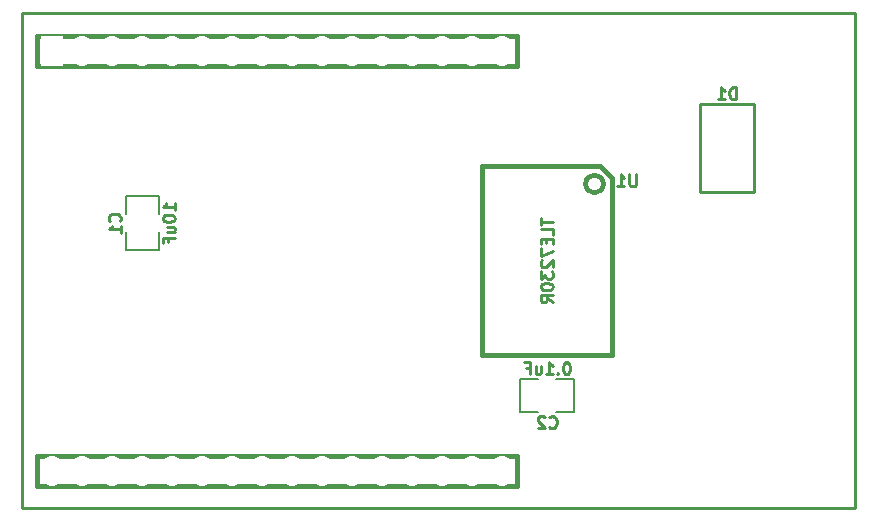
<source format=gbo>
G04 #@! TF.GenerationSoftware,KiCad,Pcbnew,no-vcs-found-0e71686~58~ubuntu16.04.1*
G04 #@! TF.CreationDate,2017-06-07T16:05:21-04:00*
G04 #@! TF.ProjectId,power_switch_controller_3x2,706F7765725F7377697463685F636F6E,1.0*
G04 #@! TF.FileFunction,Legend,Bot*
G04 #@! TF.FilePolarity,Positive*
%FSLAX46Y46*%
G04 Gerber Fmt 4.6, Leading zero omitted, Abs format (unit mm)*
G04 Created by KiCad (PCBNEW no-vcs-found-0e71686~58~ubuntu16.04.1) date Wed Jun  7 16:05:21 2017*
%MOMM*%
%LPD*%
G01*
G04 APERTURE LIST*
%ADD10C,0.100000*%
%ADD11C,0.228600*%
%ADD12C,0.381000*%
%ADD13C,0.127000*%
%ADD14C,0.254000*%
%ADD15C,3.556000*%
%ADD16O,1.854200X2.540000*%
%ADD17R,1.854200X2.540000*%
%ADD18R,2.540000X1.270000*%
%ADD19R,1.270000X2.540000*%
%ADD20R,4.000000X5.160000*%
%ADD21R,1.800000X1.640000*%
%ADD22O,2.032000X1.524000*%
%ADD23O,1.524000X2.032000*%
%ADD24C,1.930400*%
%ADD25O,4.572000X3.556000*%
%ADD26O,4.064000X5.080000*%
%ADD27O,5.080000X3.556000*%
%ADD28O,1.651000X2.159000*%
%ADD29R,1.930000X0.550000*%
G04 APERTURE END LIST*
D10*
D11*
X156210000Y-67945000D02*
X85725000Y-67945000D01*
X156210000Y-109855000D02*
X156210000Y-67945000D01*
X85725000Y-109855000D02*
X156210000Y-109855000D01*
X85725000Y-67945000D02*
X85725000Y-109855000D01*
D12*
X127635000Y-69850000D02*
X86995000Y-69850000D01*
X127635000Y-72390000D02*
X127635000Y-69850000D01*
X86995000Y-72390000D02*
X127635000Y-72390000D01*
X86995000Y-69850000D02*
X86995000Y-72390000D01*
X127635000Y-105410000D02*
X86995000Y-105410000D01*
X127635000Y-107950000D02*
X127635000Y-105410000D01*
X86995000Y-107950000D02*
X127635000Y-107950000D01*
X86995000Y-105410000D02*
X86995000Y-107950000D01*
D13*
X94488000Y-84963000D02*
X94488000Y-83439000D01*
X94488000Y-83439000D02*
X97282000Y-83439000D01*
X97282000Y-83439000D02*
X97282000Y-84963000D01*
X97282000Y-86487000D02*
X97282000Y-88011000D01*
X97282000Y-88011000D02*
X94488000Y-88011000D01*
X94488000Y-88011000D02*
X94488000Y-86487000D01*
X132461000Y-101727000D02*
X130937000Y-101727000D01*
X132461000Y-98933000D02*
X132461000Y-101727000D01*
X130937000Y-98933000D02*
X132461000Y-98933000D01*
X127889000Y-98933000D02*
X129413000Y-98933000D01*
X127889000Y-101727000D02*
X127889000Y-98933000D01*
X129413000Y-101727000D02*
X127889000Y-101727000D01*
D11*
X143115000Y-83125000D02*
X147715000Y-83125000D01*
X147715000Y-83125000D02*
X147715000Y-75625000D01*
X147715000Y-75625000D02*
X143115000Y-75625000D01*
X143115000Y-75625000D02*
X143115000Y-83125000D01*
D12*
X134925000Y-82400000D02*
G75*
G03X134925000Y-82400000I-750000J0D01*
G01*
X135675000Y-81900000D02*
X135675000Y-96900000D01*
X135675000Y-96900000D02*
X124675000Y-96900000D01*
X124675000Y-96900000D02*
X124675000Y-80900000D01*
X124675000Y-80900000D02*
X134675000Y-80900000D01*
X134675000Y-80900000D02*
X135675000Y-81900000D01*
D14*
X93961857Y-85555666D02*
X94010238Y-85507285D01*
X94058619Y-85362142D01*
X94058619Y-85265380D01*
X94010238Y-85120238D01*
X93913476Y-85023476D01*
X93816714Y-84975095D01*
X93623190Y-84926714D01*
X93478047Y-84926714D01*
X93284523Y-84975095D01*
X93187761Y-85023476D01*
X93091000Y-85120238D01*
X93042619Y-85265380D01*
X93042619Y-85362142D01*
X93091000Y-85507285D01*
X93139380Y-85555666D01*
X94058619Y-86523285D02*
X94058619Y-85942714D01*
X94058619Y-86233000D02*
X93042619Y-86233000D01*
X93187761Y-86136238D01*
X93284523Y-86039476D01*
X93332904Y-85942714D01*
X98630619Y-84636428D02*
X98630619Y-84055857D01*
X98630619Y-84346142D02*
X97614619Y-84346142D01*
X97759761Y-84249380D01*
X97856523Y-84152619D01*
X97904904Y-84055857D01*
X97614619Y-85265380D02*
X97614619Y-85362142D01*
X97663000Y-85458904D01*
X97711380Y-85507285D01*
X97808142Y-85555666D01*
X98001666Y-85604047D01*
X98243571Y-85604047D01*
X98437095Y-85555666D01*
X98533857Y-85507285D01*
X98582238Y-85458904D01*
X98630619Y-85362142D01*
X98630619Y-85265380D01*
X98582238Y-85168619D01*
X98533857Y-85120238D01*
X98437095Y-85071857D01*
X98243571Y-85023476D01*
X98001666Y-85023476D01*
X97808142Y-85071857D01*
X97711380Y-85120238D01*
X97663000Y-85168619D01*
X97614619Y-85265380D01*
X97953285Y-86474904D02*
X98630619Y-86474904D01*
X97953285Y-86039476D02*
X98485476Y-86039476D01*
X98582238Y-86087857D01*
X98630619Y-86184619D01*
X98630619Y-86329761D01*
X98582238Y-86426523D01*
X98533857Y-86474904D01*
X98098428Y-87297380D02*
X98098428Y-86958714D01*
X98630619Y-86958714D02*
X97614619Y-86958714D01*
X97614619Y-87442523D01*
X130344333Y-102978857D02*
X130392714Y-103027238D01*
X130537857Y-103075619D01*
X130634619Y-103075619D01*
X130779761Y-103027238D01*
X130876523Y-102930476D01*
X130924904Y-102833714D01*
X130973285Y-102640190D01*
X130973285Y-102495047D01*
X130924904Y-102301523D01*
X130876523Y-102204761D01*
X130779761Y-102108000D01*
X130634619Y-102059619D01*
X130537857Y-102059619D01*
X130392714Y-102108000D01*
X130344333Y-102156380D01*
X129957285Y-102156380D02*
X129908904Y-102108000D01*
X129812142Y-102059619D01*
X129570238Y-102059619D01*
X129473476Y-102108000D01*
X129425095Y-102156380D01*
X129376714Y-102253142D01*
X129376714Y-102349904D01*
X129425095Y-102495047D01*
X130005666Y-103075619D01*
X129376714Y-103075619D01*
X131844142Y-97487619D02*
X131747380Y-97487619D01*
X131650619Y-97536000D01*
X131602238Y-97584380D01*
X131553857Y-97681142D01*
X131505476Y-97874666D01*
X131505476Y-98116571D01*
X131553857Y-98310095D01*
X131602238Y-98406857D01*
X131650619Y-98455238D01*
X131747380Y-98503619D01*
X131844142Y-98503619D01*
X131940904Y-98455238D01*
X131989285Y-98406857D01*
X132037666Y-98310095D01*
X132086047Y-98116571D01*
X132086047Y-97874666D01*
X132037666Y-97681142D01*
X131989285Y-97584380D01*
X131940904Y-97536000D01*
X131844142Y-97487619D01*
X131070047Y-98406857D02*
X131021666Y-98455238D01*
X131070047Y-98503619D01*
X131118428Y-98455238D01*
X131070047Y-98406857D01*
X131070047Y-98503619D01*
X130054047Y-98503619D02*
X130634619Y-98503619D01*
X130344333Y-98503619D02*
X130344333Y-97487619D01*
X130441095Y-97632761D01*
X130537857Y-97729523D01*
X130634619Y-97777904D01*
X129183190Y-97826285D02*
X129183190Y-98503619D01*
X129618619Y-97826285D02*
X129618619Y-98358476D01*
X129570238Y-98455238D01*
X129473476Y-98503619D01*
X129328333Y-98503619D01*
X129231571Y-98455238D01*
X129183190Y-98406857D01*
X128360714Y-97971428D02*
X128699380Y-97971428D01*
X128699380Y-98503619D02*
X128699380Y-97487619D01*
X128215571Y-97487619D01*
X146164904Y-75234619D02*
X146164904Y-74218619D01*
X145923000Y-74218619D01*
X145777857Y-74267000D01*
X145681095Y-74363761D01*
X145632714Y-74460523D01*
X145584333Y-74654047D01*
X145584333Y-74799190D01*
X145632714Y-74992714D01*
X145681095Y-75089476D01*
X145777857Y-75186238D01*
X145923000Y-75234619D01*
X146164904Y-75234619D01*
X144616714Y-75234619D02*
X145197285Y-75234619D01*
X144907000Y-75234619D02*
X144907000Y-74218619D01*
X145003761Y-74363761D01*
X145100523Y-74460523D01*
X145197285Y-74508904D01*
X137699095Y-81593619D02*
X137699095Y-82416095D01*
X137650714Y-82512857D01*
X137602333Y-82561238D01*
X137505571Y-82609619D01*
X137312047Y-82609619D01*
X137215285Y-82561238D01*
X137166904Y-82512857D01*
X137118523Y-82416095D01*
X137118523Y-81593619D01*
X136102523Y-82609619D02*
X136683095Y-82609619D01*
X136392809Y-82609619D02*
X136392809Y-81593619D01*
X136489571Y-81738761D01*
X136586333Y-81835523D01*
X136683095Y-81883904D01*
X129618619Y-85295619D02*
X129618619Y-85876190D01*
X130634619Y-85585904D02*
X129618619Y-85585904D01*
X130634619Y-86698666D02*
X130634619Y-86214857D01*
X129618619Y-86214857D01*
X130102428Y-87037333D02*
X130102428Y-87375999D01*
X130634619Y-87521142D02*
X130634619Y-87037333D01*
X129618619Y-87037333D01*
X129618619Y-87521142D01*
X129618619Y-87859809D02*
X129618619Y-88537142D01*
X130634619Y-88101714D01*
X129715380Y-88875809D02*
X129667000Y-88924190D01*
X129618619Y-89020952D01*
X129618619Y-89262857D01*
X129667000Y-89359619D01*
X129715380Y-89407999D01*
X129812142Y-89456380D01*
X129908904Y-89456380D01*
X130054047Y-89407999D01*
X130634619Y-88827428D01*
X130634619Y-89456380D01*
X129618619Y-89795047D02*
X129618619Y-90423999D01*
X130005666Y-90085333D01*
X130005666Y-90230476D01*
X130054047Y-90327238D01*
X130102428Y-90375619D01*
X130199190Y-90423999D01*
X130441095Y-90423999D01*
X130537857Y-90375619D01*
X130586238Y-90327238D01*
X130634619Y-90230476D01*
X130634619Y-89940190D01*
X130586238Y-89843428D01*
X130537857Y-89795047D01*
X129618619Y-91052952D02*
X129618619Y-91149714D01*
X129667000Y-91246476D01*
X129715380Y-91294857D01*
X129812142Y-91343238D01*
X130005666Y-91391619D01*
X130247571Y-91391619D01*
X130441095Y-91343238D01*
X130537857Y-91294857D01*
X130586238Y-91246476D01*
X130634619Y-91149714D01*
X130634619Y-91052952D01*
X130586238Y-90956190D01*
X130537857Y-90907809D01*
X130441095Y-90859428D01*
X130247571Y-90811047D01*
X130005666Y-90811047D01*
X129812142Y-90859428D01*
X129715380Y-90907809D01*
X129667000Y-90956190D01*
X129618619Y-91052952D01*
X130634619Y-92407619D02*
X130150809Y-92068952D01*
X130634619Y-91827047D02*
X129618619Y-91827047D01*
X129618619Y-92214095D01*
X129667000Y-92310857D01*
X129715380Y-92359238D01*
X129812142Y-92407619D01*
X129957285Y-92407619D01*
X130054047Y-92359238D01*
X130102428Y-92310857D01*
X130150809Y-92214095D01*
X130150809Y-91827047D01*
%LPC*%
D15*
X130175000Y-71120000D03*
X130175000Y-106680000D03*
X89535000Y-101600000D03*
X89535000Y-76200000D03*
D16*
X88265000Y-106680000D03*
X90805000Y-106680000D03*
X93345000Y-106680000D03*
X95885000Y-106680000D03*
X98425000Y-106680000D03*
X100965000Y-106680000D03*
X103505000Y-106680000D03*
X106045000Y-106680000D03*
X108585000Y-106680000D03*
X111125000Y-106680000D03*
X113665000Y-106680000D03*
X116205000Y-106680000D03*
X118745000Y-106680000D03*
X121285000Y-106680000D03*
X123825000Y-106680000D03*
X126365000Y-106680000D03*
X126365000Y-71120000D03*
X123825000Y-71120000D03*
X121285000Y-71120000D03*
X118745000Y-71120000D03*
X116205000Y-71120000D03*
X113665000Y-71120000D03*
X111125000Y-71120000D03*
X108585000Y-71120000D03*
X106045000Y-71120000D03*
X103505000Y-71120000D03*
X100965000Y-71120000D03*
X98425000Y-71120000D03*
X95885000Y-71120000D03*
D17*
X88265000Y-71120000D03*
D16*
X93345000Y-71120000D03*
X90805000Y-71120000D03*
D18*
X95885000Y-84201000D03*
X95885000Y-87249000D03*
D19*
X131699000Y-100330000D03*
X128651000Y-100330000D03*
D20*
X145415000Y-78355000D03*
D21*
X144350000Y-82155000D03*
X146480000Y-82155000D03*
D22*
X146685000Y-104775000D03*
X151765000Y-104775000D03*
D23*
X118745000Y-93980000D03*
X118745000Y-99060000D03*
X116205000Y-99060000D03*
X116205000Y-93980000D03*
X113665000Y-93980000D03*
X113665000Y-99060000D03*
X111125000Y-99060000D03*
X111125000Y-93980000D03*
X108585000Y-93980000D03*
X108585000Y-99060000D03*
X106045000Y-99060000D03*
X106045000Y-93980000D03*
X103505000Y-93980000D03*
X103505000Y-99060000D03*
X100965000Y-99060000D03*
X100965000Y-93980000D03*
D24*
X153212800Y-88900000D03*
D25*
X149707600Y-88900000D03*
D26*
X144221200Y-88900000D03*
D27*
X151206200Y-84404200D03*
X151206200Y-93395800D03*
D28*
X151765000Y-99974400D03*
X146685000Y-99974400D03*
D29*
X136915000Y-83375000D03*
X136915000Y-84025000D03*
X136915000Y-84675000D03*
X136915000Y-85325000D03*
X136915000Y-85975000D03*
X136915000Y-86625000D03*
X136915000Y-87275000D03*
X136915000Y-87925000D03*
X136915000Y-88575000D03*
X136915000Y-89225000D03*
X136915000Y-89875000D03*
X136915000Y-90525000D03*
X136915000Y-91175000D03*
X136915000Y-91825000D03*
X136915000Y-92475000D03*
X136915000Y-93125000D03*
X136915000Y-93775000D03*
X136915000Y-94425000D03*
X123435000Y-94425000D03*
X123435000Y-93775000D03*
X123435000Y-93125000D03*
X123435000Y-92475000D03*
X123435000Y-91825000D03*
X123435000Y-91175000D03*
X123435000Y-90525000D03*
X123435000Y-89875000D03*
X123435000Y-89225000D03*
X123435000Y-88575000D03*
X123435000Y-87925000D03*
X123435000Y-87275000D03*
X123435000Y-86625000D03*
X123435000Y-85975000D03*
X123435000Y-85325000D03*
X123435000Y-84675000D03*
X123435000Y-84025000D03*
X123435000Y-83375000D03*
M02*

</source>
